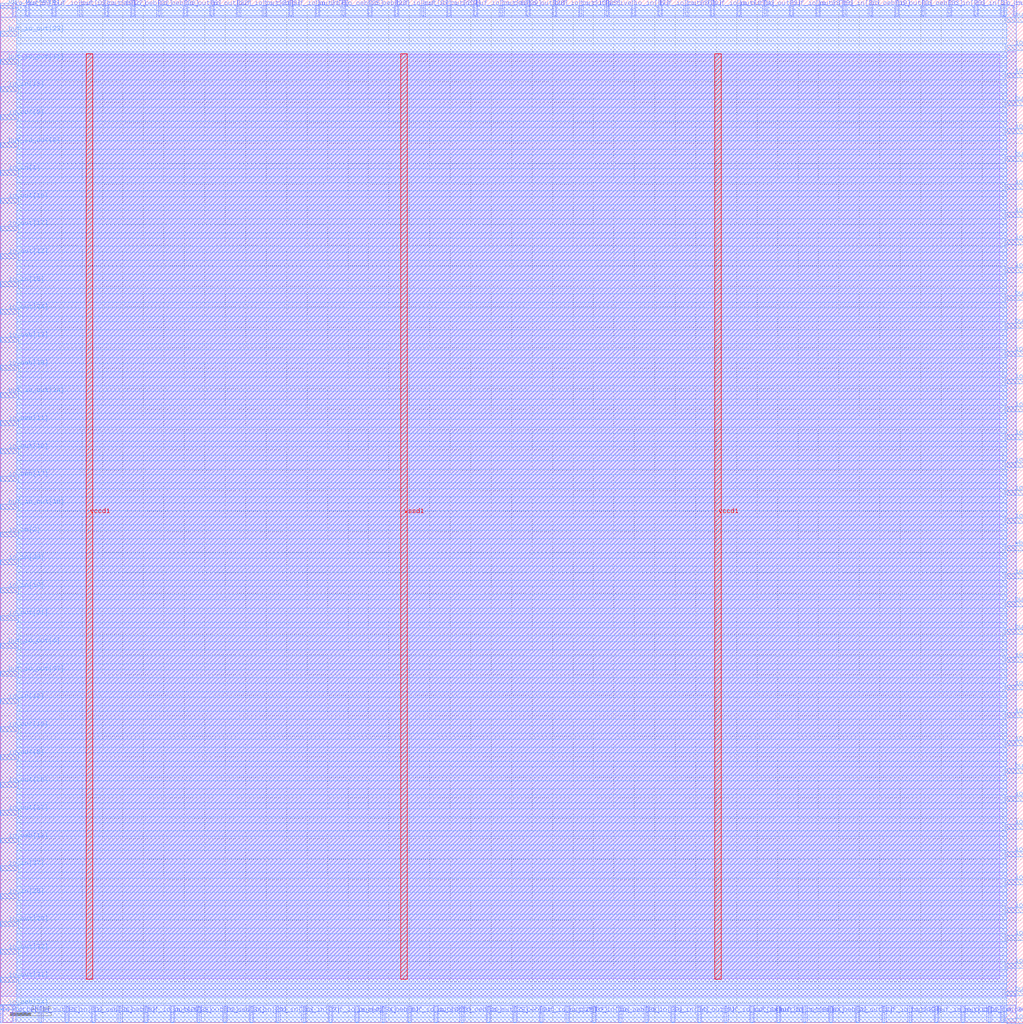
<source format=lef>
VERSION 5.7 ;
  NOWIREEXTENSIONATPIN ON ;
  DIVIDERCHAR "/" ;
  BUSBITCHARS "[]" ;
MACRO wrapped_counter
  CLASS BLOCK ;
  FOREIGN wrapped_counter ;
  ORIGIN 0.000 0.000 ;
  SIZE 250.000 BY 250.000 ;
  PIN active
    DIRECTION INPUT ;
    USE SIGNAL ;
    PORT
      LAYER met2 ;
        RECT 148.070 246.000 148.630 250.000 ;
    END
  END active
  PIN buf_io_out[0]
    DIRECTION INPUT ;
    USE SIGNAL ;
    PORT
      LAYER met2 ;
        RECT 12.830 246.000 13.390 250.000 ;
    END
  END buf_io_out[0]
  PIN buf_io_out[10]
    DIRECTION INPUT ;
    USE SIGNAL ;
    PORT
      LAYER met2 ;
        RECT 115.870 246.000 116.430 250.000 ;
    END
  END buf_io_out[10]
  PIN buf_io_out[11]
    DIRECTION INPUT ;
    USE SIGNAL ;
    PORT
      LAYER met2 ;
        RECT 228.570 0.000 229.130 4.000 ;
    END
  END buf_io_out[11]
  PIN buf_io_out[12]
    DIRECTION INPUT ;
    USE SIGNAL ;
    PORT
      LAYER met3 ;
        RECT 246.000 60.940 250.000 62.140 ;
    END
  END buf_io_out[12]
  PIN buf_io_out[13]
    DIRECTION INPUT ;
    USE SIGNAL ;
    PORT
      LAYER met2 ;
        RECT 135.190 246.000 135.750 250.000 ;
    END
  END buf_io_out[13]
  PIN buf_io_out[14]
    DIRECTION INPUT ;
    USE SIGNAL ;
    PORT
      LAYER met2 ;
        RECT 177.050 0.000 177.610 4.000 ;
    END
  END buf_io_out[14]
  PIN buf_io_out[15]
    DIRECTION INPUT ;
    USE SIGNAL ;
    PORT
      LAYER met3 ;
        RECT 0.000 234.340 4.000 235.540 ;
    END
  END buf_io_out[15]
  PIN buf_io_out[16]
    DIRECTION INPUT ;
    USE SIGNAL ;
    PORT
      LAYER met3 ;
        RECT 0.000 125.540 4.000 126.740 ;
    END
  END buf_io_out[16]
  PIN buf_io_out[17]
    DIRECTION INPUT ;
    USE SIGNAL ;
    PORT
      LAYER met2 ;
        RECT 70.790 246.000 71.350 250.000 ;
    END
  END buf_io_out[17]
  PIN buf_io_out[18]
    DIRECTION INPUT ;
    USE SIGNAL ;
    PORT
      LAYER met3 ;
        RECT 246.000 244.540 250.000 245.740 ;
    END
  END buf_io_out[18]
  PIN buf_io_out[19]
    DIRECTION INPUT ;
    USE SIGNAL ;
    PORT
      LAYER met2 ;
        RECT 19.270 246.000 19.830 250.000 ;
    END
  END buf_io_out[19]
  PIN buf_io_out[1]
    DIRECTION INPUT ;
    USE SIGNAL ;
    PORT
      LAYER met2 ;
        RECT 173.830 246.000 174.390 250.000 ;
    END
  END buf_io_out[1]
  PIN buf_io_out[20]
    DIRECTION INPUT ;
    USE SIGNAL ;
    PORT
      LAYER met3 ;
        RECT 246.000 101.740 250.000 102.940 ;
    END
  END buf_io_out[20]
  PIN buf_io_out[21]
    DIRECTION INPUT ;
    USE SIGNAL ;
    PORT
      LAYER met2 ;
        RECT 102.990 246.000 103.550 250.000 ;
    END
  END buf_io_out[21]
  PIN buf_io_out[22]
    DIRECTION INPUT ;
    USE SIGNAL ;
    PORT
      LAYER met2 ;
        RECT 215.690 0.000 216.250 4.000 ;
    END
  END buf_io_out[22]
  PIN buf_io_out[23]
    DIRECTION INPUT ;
    USE SIGNAL ;
    PORT
      LAYER met3 ;
        RECT 0.000 241.140 4.000 242.340 ;
    END
  END buf_io_out[23]
  PIN buf_io_out[24]
    DIRECTION INPUT ;
    USE SIGNAL ;
    PORT
      LAYER met3 ;
        RECT 0.000 152.740 4.000 153.940 ;
    END
  END buf_io_out[24]
  PIN buf_io_out[25]
    DIRECTION INPUT ;
    USE SIGNAL ;
    PORT
      LAYER met2 ;
        RECT 131.970 0.000 132.530 4.000 ;
    END
  END buf_io_out[25]
  PIN buf_io_out[26]
    DIRECTION INPUT ;
    USE SIGNAL ;
    PORT
      LAYER met2 ;
        RECT 189.930 0.000 190.490 4.000 ;
    END
  END buf_io_out[26]
  PIN buf_io_out[27]
    DIRECTION INPUT ;
    USE SIGNAL ;
    PORT
      LAYER met3 ;
        RECT 0.000 247.940 4.000 249.140 ;
    END
  END buf_io_out[27]
  PIN buf_io_out[28]
    DIRECTION INPUT ;
    USE SIGNAL ;
    PORT
      LAYER met3 ;
        RECT 246.000 6.540 250.000 7.740 ;
    END
  END buf_io_out[28]
  PIN buf_io_out[29]
    DIRECTION INPUT ;
    USE SIGNAL ;
    PORT
      LAYER met2 ;
        RECT 35.370 0.000 35.930 4.000 ;
    END
  END buf_io_out[29]
  PIN buf_io_out[2]
    DIRECTION INPUT ;
    USE SIGNAL ;
    PORT
      LAYER met3 ;
        RECT 0.000 213.940 4.000 215.140 ;
    END
  END buf_io_out[2]
  PIN buf_io_out[30]
    DIRECTION INPUT ;
    USE SIGNAL ;
    PORT
      LAYER met2 ;
        RECT 160.950 246.000 161.510 250.000 ;
    END
  END buf_io_out[30]
  PIN buf_io_out[31]
    DIRECTION INPUT ;
    USE SIGNAL ;
    PORT
      LAYER met2 ;
        RECT 57.910 246.000 58.470 250.000 ;
    END
  END buf_io_out[31]
  PIN buf_io_out[32]
    DIRECTION INPUT ;
    USE SIGNAL ;
    PORT
      LAYER met3 ;
        RECT 246.000 176.540 250.000 177.740 ;
    END
  END buf_io_out[32]
  PIN buf_io_out[33]
    DIRECTION INPUT ;
    USE SIGNAL ;
    PORT
      LAYER met3 ;
        RECT 246.000 224.140 250.000 225.340 ;
    END
  END buf_io_out[33]
  PIN buf_io_out[34]
    DIRECTION INPUT ;
    USE SIGNAL ;
    PORT
      LAYER met3 ;
        RECT 246.000 169.740 250.000 170.940 ;
    END
  END buf_io_out[34]
  PIN buf_io_out[35]
    DIRECTION INPUT ;
    USE SIGNAL ;
    PORT
      LAYER met2 ;
        RECT 247.890 246.000 248.450 250.000 ;
    END
  END buf_io_out[35]
  PIN buf_io_out[36]
    DIRECTION INPUT ;
    USE SIGNAL ;
    PORT
      LAYER met2 ;
        RECT 99.770 0.000 100.330 4.000 ;
    END
  END buf_io_out[36]
  PIN buf_io_out[37]
    DIRECTION INPUT ;
    USE SIGNAL ;
    PORT
      LAYER met3 ;
        RECT 0.000 84.740 4.000 85.940 ;
    END
  END buf_io_out[37]
  PIN buf_io_out[3]
    DIRECTION INPUT ;
    USE SIGNAL ;
    PORT
      LAYER met2 ;
        RECT 193.150 246.000 193.710 250.000 ;
    END
  END buf_io_out[3]
  PIN buf_io_out[4]
    DIRECTION INPUT ;
    USE SIGNAL ;
    PORT
      LAYER met2 ;
        RECT 80.450 0.000 81.010 4.000 ;
    END
  END buf_io_out[4]
  PIN buf_io_out[5]
    DIRECTION INPUT ;
    USE SIGNAL ;
    PORT
      LAYER met2 ;
        RECT 183.490 0.000 184.050 4.000 ;
    END
  END buf_io_out[5]
  PIN buf_io_out[6]
    DIRECTION INPUT ;
    USE SIGNAL ;
    PORT
      LAYER met3 ;
        RECT 0.000 91.540 4.000 92.740 ;
    END
  END buf_io_out[6]
  PIN buf_io_out[7]
    DIRECTION INPUT ;
    USE SIGNAL ;
    PORT
      LAYER met3 ;
        RECT 246.000 210.540 250.000 211.740 ;
    END
  END buf_io_out[7]
  PIN buf_io_out[8]
    DIRECTION INPUT ;
    USE SIGNAL ;
    PORT
      LAYER met3 ;
        RECT 246.000 94.940 250.000 96.140 ;
    END
  END buf_io_out[8]
  PIN buf_io_out[9]
    DIRECTION INPUT ;
    USE SIGNAL ;
    PORT
      LAYER met2 ;
        RECT 96.550 246.000 97.110 250.000 ;
    END
  END buf_io_out[9]
  PIN io_in[0]
    DIRECTION INPUT ;
    USE SIGNAL ;
    PORT
      LAYER met2 ;
        RECT 238.230 246.000 238.790 250.000 ;
    END
  END io_in[0]
  PIN io_in[10]
    DIRECTION INPUT ;
    USE SIGNAL ;
    PORT
      LAYER met2 ;
        RECT 144.850 0.000 145.410 4.000 ;
    END
  END io_in[10]
  PIN io_in[11]
    DIRECTION INPUT ;
    USE SIGNAL ;
    PORT
      LAYER met2 ;
        RECT 16.050 0.000 16.610 4.000 ;
    END
  END io_in[11]
  PIN io_in[12]
    DIRECTION INPUT ;
    USE SIGNAL ;
    PORT
      LAYER met3 ;
        RECT 0.000 77.940 4.000 79.140 ;
    END
  END io_in[12]
  PIN io_in[13]
    DIRECTION INPUT ;
    USE SIGNAL ;
    PORT
      LAYER met3 ;
        RECT 0.000 227.540 4.000 228.740 ;
    END
  END io_in[13]
  PIN io_in[14]
    DIRECTION INPUT ;
    USE SIGNAL ;
    PORT
      LAYER met3 ;
        RECT 246.000 108.540 250.000 109.740 ;
    END
  END io_in[14]
  PIN io_in[15]
    DIRECTION INPUT ;
    USE SIGNAL ;
    PORT
      LAYER met3 ;
        RECT 0.000 179.940 4.000 181.140 ;
    END
  END io_in[15]
  PIN io_in[16]
    DIRECTION INPUT ;
    USE SIGNAL ;
    PORT
      LAYER met3 ;
        RECT 246.000 20.140 250.000 21.340 ;
    END
  END io_in[16]
  PIN io_in[17]
    DIRECTION INPUT ;
    USE SIGNAL ;
    PORT
      LAYER met2 ;
        RECT 154.510 246.000 155.070 250.000 ;
    END
  END io_in[17]
  PIN io_in[18]
    DIRECTION INPUT ;
    USE SIGNAL ;
    PORT
      LAYER met2 ;
        RECT 199.590 246.000 200.150 250.000 ;
    END
  END io_in[18]
  PIN io_in[19]
    DIRECTION INPUT ;
    USE SIGNAL ;
    PORT
      LAYER met3 ;
        RECT 0.000 105.140 4.000 106.340 ;
    END
  END io_in[19]
  PIN io_in[1]
    DIRECTION INPUT ;
    USE SIGNAL ;
    PORT
      LAYER met3 ;
        RECT 0.000 207.140 4.000 208.340 ;
    END
  END io_in[1]
  PIN io_in[20]
    DIRECTION INPUT ;
    USE SIGNAL ;
    PORT
      LAYER met2 ;
        RECT 167.390 246.000 167.950 250.000 ;
    END
  END io_in[20]
  PIN io_in[21]
    DIRECTION INPUT ;
    USE SIGNAL ;
    PORT
      LAYER met3 ;
        RECT 246.000 217.340 250.000 218.540 ;
    END
  END io_in[21]
  PIN io_in[22]
    DIRECTION INPUT ;
    USE SIGNAL ;
    PORT
      LAYER met3 ;
        RECT 246.000 81.340 250.000 82.540 ;
    END
  END io_in[22]
  PIN io_in[23]
    DIRECTION INPUT ;
    USE SIGNAL ;
    PORT
      LAYER met2 ;
        RECT 231.790 246.000 232.350 250.000 ;
    END
  END io_in[23]
  PIN io_in[24]
    DIRECTION INPUT ;
    USE SIGNAL ;
    PORT
      LAYER met2 ;
        RECT 61.130 0.000 61.690 4.000 ;
    END
  END io_in[24]
  PIN io_in[25]
    DIRECTION INPUT ;
    USE SIGNAL ;
    PORT
      LAYER met3 ;
        RECT 0.000 30.340 4.000 31.540 ;
    END
  END io_in[25]
  PIN io_in[26]
    DIRECTION INPUT ;
    USE SIGNAL ;
    PORT
      LAYER met3 ;
        RECT 246.000 203.740 250.000 204.940 ;
    END
  END io_in[26]
  PIN io_in[27]
    DIRECTION INPUT ;
    USE SIGNAL ;
    PORT
      LAYER met2 ;
        RECT 74.010 0.000 74.570 4.000 ;
    END
  END io_in[27]
  PIN io_in[28]
    DIRECTION INPUT ;
    USE SIGNAL ;
    PORT
      LAYER met3 ;
        RECT 0.000 111.940 4.000 113.140 ;
    END
  END io_in[28]
  PIN io_in[29]
    DIRECTION INPUT ;
    USE SIGNAL ;
    PORT
      LAYER met2 ;
        RECT 157.730 0.000 158.290 4.000 ;
    END
  END io_in[29]
  PIN io_in[2]
    DIRECTION INPUT ;
    USE SIGNAL ;
    PORT
      LAYER met3 ;
        RECT 0.000 118.740 4.000 119.940 ;
    END
  END io_in[2]
  PIN io_in[30]
    DIRECTION INPUT ;
    USE SIGNAL ;
    PORT
      LAYER met2 ;
        RECT 206.030 246.000 206.590 250.000 ;
    END
  END io_in[30]
  PIN io_in[31]
    DIRECTION INPUT ;
    USE SIGNAL ;
    PORT
      LAYER met3 ;
        RECT 246.000 13.340 250.000 14.540 ;
    END
  END io_in[31]
  PIN io_in[32]
    DIRECTION INPUT ;
    USE SIGNAL ;
    PORT
      LAYER met3 ;
        RECT 246.000 190.140 250.000 191.340 ;
    END
  END io_in[32]
  PIN io_in[33]
    DIRECTION INPUT ;
    USE SIGNAL ;
    PORT
      LAYER met2 ;
        RECT 106.210 0.000 106.770 4.000 ;
    END
  END io_in[33]
  PIN io_in[34]
    DIRECTION INPUT ;
    USE SIGNAL ;
    PORT
      LAYER met2 ;
        RECT 164.170 0.000 164.730 4.000 ;
    END
  END io_in[34]
  PIN io_in[35]
    DIRECTION INPUT ;
    USE SIGNAL ;
    PORT
      LAYER met3 ;
        RECT 246.000 142.540 250.000 143.740 ;
    END
  END io_in[35]
  PIN io_in[36]
    DIRECTION INPUT ;
    USE SIGNAL ;
    PORT
      LAYER met2 ;
        RECT 67.570 0.000 68.130 4.000 ;
    END
  END io_in[36]
  PIN io_in[37]
    DIRECTION INPUT ;
    USE SIGNAL ;
    PORT
      LAYER met3 ;
        RECT 0.000 37.140 4.000 38.340 ;
    END
  END io_in[37]
  PIN io_in[3]
    DIRECTION INPUT ;
    USE SIGNAL ;
    PORT
      LAYER met3 ;
        RECT 246.000 128.940 250.000 130.140 ;
    END
  END io_in[3]
  PIN io_in[4]
    DIRECTION INPUT ;
    USE SIGNAL ;
    PORT
      LAYER met2 ;
        RECT 222.130 0.000 222.690 4.000 ;
    END
  END io_in[4]
  PIN io_in[5]
    DIRECTION INPUT ;
    USE SIGNAL ;
    PORT
      LAYER met3 ;
        RECT 246.000 26.940 250.000 28.140 ;
    END
  END io_in[5]
  PIN io_in[6]
    DIRECTION INPUT ;
    USE SIGNAL ;
    PORT
      LAYER met2 ;
        RECT 77.230 246.000 77.790 250.000 ;
    END
  END io_in[6]
  PIN io_in[7]
    DIRECTION INPUT ;
    USE SIGNAL ;
    PORT
      LAYER met2 ;
        RECT 109.430 246.000 109.990 250.000 ;
    END
  END io_in[7]
  PIN io_in[8]
    DIRECTION INPUT ;
    USE SIGNAL ;
    PORT
      LAYER met2 ;
        RECT 6.390 246.000 6.950 250.000 ;
    END
  END io_in[8]
  PIN io_in[9]
    DIRECTION INPUT ;
    USE SIGNAL ;
    PORT
      LAYER met2 ;
        RECT 244.670 246.000 245.230 250.000 ;
    END
  END io_in[9]
  PIN io_oeb[0]
    DIRECTION OUTPUT TRISTATE ;
    USE SIGNAL ;
    PORT
      LAYER met3 ;
        RECT 246.000 88.140 250.000 89.340 ;
    END
  END io_oeb[0]
  PIN io_oeb[10]
    DIRECTION OUTPUT TRISTATE ;
    USE SIGNAL ;
    PORT
      LAYER met2 ;
        RECT 112.650 0.000 113.210 4.000 ;
    END
  END io_oeb[10]
  PIN io_oeb[11]
    DIRECTION OUTPUT TRISTATE ;
    USE SIGNAL ;
    PORT
      LAYER met3 ;
        RECT 0.000 145.940 4.000 147.140 ;
    END
  END io_oeb[11]
  PIN io_oeb[12]
    DIRECTION OUTPUT TRISTATE ;
    USE SIGNAL ;
    PORT
      LAYER met3 ;
        RECT 0.000 43.940 4.000 45.140 ;
    END
  END io_oeb[12]
  PIN io_oeb[13]
    DIRECTION OUTPUT TRISTATE ;
    USE SIGNAL ;
    PORT
      LAYER met3 ;
        RECT 0.000 166.340 4.000 167.540 ;
    END
  END io_oeb[13]
  PIN io_oeb[14]
    DIRECTION OUTPUT TRISTATE ;
    USE SIGNAL ;
    PORT
      LAYER met2 ;
        RECT 196.370 0.000 196.930 4.000 ;
    END
  END io_oeb[14]
  PIN io_oeb[15]
    DIRECTION OUTPUT TRISTATE ;
    USE SIGNAL ;
    PORT
      LAYER met3 ;
        RECT 246.000 183.340 250.000 184.540 ;
    END
  END io_oeb[15]
  PIN io_oeb[16]
    DIRECTION OUTPUT TRISTATE ;
    USE SIGNAL ;
    PORT
      LAYER met3 ;
        RECT 246.000 47.340 250.000 48.540 ;
    END
  END io_oeb[16]
  PIN io_oeb[17]
    DIRECTION OUTPUT TRISTATE ;
    USE SIGNAL ;
    PORT
      LAYER met3 ;
        RECT 0.000 132.340 4.000 133.540 ;
    END
  END io_oeb[17]
  PIN io_oeb[18]
    DIRECTION OUTPUT TRISTATE ;
    USE SIGNAL ;
    PORT
      LAYER met3 ;
        RECT 0.000 159.540 4.000 160.740 ;
    END
  END io_oeb[18]
  PIN io_oeb[19]
    DIRECTION OUTPUT TRISTATE ;
    USE SIGNAL ;
    PORT
      LAYER met2 ;
        RECT 212.470 246.000 213.030 250.000 ;
    END
  END io_oeb[19]
  PIN io_oeb[1]
    DIRECTION OUTPUT TRISTATE ;
    USE SIGNAL ;
    PORT
      LAYER met2 ;
        RECT 3.170 0.000 3.730 4.000 ;
    END
  END io_oeb[1]
  PIN io_oeb[20]
    DIRECTION OUTPUT TRISTATE ;
    USE SIGNAL ;
    PORT
      LAYER met2 ;
        RECT 38.590 246.000 39.150 250.000 ;
    END
  END io_oeb[20]
  PIN io_oeb[21]
    DIRECTION OUTPUT TRISTATE ;
    USE SIGNAL ;
    PORT
      LAYER met3 ;
        RECT 246.000 -0.260 250.000 0.940 ;
    END
  END io_oeb[21]
  PIN io_oeb[22]
    DIRECTION OUTPUT TRISTATE ;
    USE SIGNAL ;
    PORT
      LAYER met2 ;
        RECT 32.150 246.000 32.710 250.000 ;
    END
  END io_oeb[22]
  PIN io_oeb[23]
    DIRECTION OUTPUT TRISTATE ;
    USE SIGNAL ;
    PORT
      LAYER met2 ;
        RECT 90.110 246.000 90.670 250.000 ;
    END
  END io_oeb[23]
  PIN io_oeb[24]
    DIRECTION OUTPUT TRISTATE ;
    USE SIGNAL ;
    PORT
      LAYER met3 ;
        RECT 0.000 3.140 4.000 4.340 ;
    END
  END io_oeb[24]
  PIN io_oeb[25]
    DIRECTION OUTPUT TRISTATE ;
    USE SIGNAL ;
    PORT
      LAYER met2 ;
        RECT 83.670 246.000 84.230 250.000 ;
    END
  END io_oeb[25]
  PIN io_oeb[26]
    DIRECTION OUTPUT TRISTATE ;
    USE SIGNAL ;
    PORT
      LAYER met2 ;
        RECT 22.490 0.000 23.050 4.000 ;
    END
  END io_oeb[26]
  PIN io_oeb[27]
    DIRECTION OUTPUT TRISTATE ;
    USE SIGNAL ;
    PORT
      LAYER met2 ;
        RECT 25.710 246.000 26.270 250.000 ;
    END
  END io_oeb[27]
  PIN io_oeb[28]
    DIRECTION OUTPUT TRISTATE ;
    USE SIGNAL ;
    PORT
      LAYER met3 ;
        RECT 246.000 122.140 250.000 123.340 ;
    END
  END io_oeb[28]
  PIN io_oeb[29]
    DIRECTION OUTPUT TRISTATE ;
    USE SIGNAL ;
    PORT
      LAYER met2 ;
        RECT 122.310 246.000 122.870 250.000 ;
    END
  END io_oeb[29]
  PIN io_oeb[2]
    DIRECTION OUTPUT TRISTATE ;
    USE SIGNAL ;
    PORT
      LAYER met3 ;
        RECT 246.000 74.540 250.000 75.740 ;
    END
  END io_oeb[2]
  PIN io_oeb[30]
    DIRECTION OUTPUT TRISTATE ;
    USE SIGNAL ;
    PORT
      LAYER met2 ;
        RECT 241.450 0.000 242.010 4.000 ;
    END
  END io_oeb[30]
  PIN io_oeb[31]
    DIRECTION OUTPUT TRISTATE ;
    USE SIGNAL ;
    PORT
      LAYER met2 ;
        RECT 125.530 0.000 126.090 4.000 ;
    END
  END io_oeb[31]
  PIN io_oeb[32]
    DIRECTION OUTPUT TRISTATE ;
    USE SIGNAL ;
    PORT
      LAYER met3 ;
        RECT 246.000 156.140 250.000 157.340 ;
    END
  END io_oeb[32]
  PIN io_oeb[33]
    DIRECTION OUTPUT TRISTATE ;
    USE SIGNAL ;
    PORT
      LAYER met2 ;
        RECT 225.350 246.000 225.910 250.000 ;
    END
  END io_oeb[33]
  PIN io_oeb[34]
    DIRECTION OUTPUT TRISTATE ;
    USE SIGNAL ;
    PORT
      LAYER met2 ;
        RECT 54.690 0.000 55.250 4.000 ;
    END
  END io_oeb[34]
  PIN io_oeb[35]
    DIRECTION OUTPUT TRISTATE ;
    USE SIGNAL ;
    PORT
      LAYER met3 ;
        RECT 246.000 54.140 250.000 55.340 ;
    END
  END io_oeb[35]
  PIN io_oeb[36]
    DIRECTION OUTPUT TRISTATE ;
    USE SIGNAL ;
    PORT
      LAYER met2 ;
        RECT 151.290 0.000 151.850 4.000 ;
    END
  END io_oeb[36]
  PIN io_oeb[37]
    DIRECTION OUTPUT TRISTATE ;
    USE SIGNAL ;
    PORT
      LAYER met2 ;
        RECT 244.670 0.000 245.230 4.000 ;
    END
  END io_oeb[37]
  PIN io_oeb[3]
    DIRECTION OUTPUT TRISTATE ;
    USE SIGNAL ;
    PORT
      LAYER met2 ;
        RECT 64.350 246.000 64.910 250.000 ;
    END
  END io_oeb[3]
  PIN io_oeb[4]
    DIRECTION OUTPUT TRISTATE ;
    USE SIGNAL ;
    PORT
      LAYER met2 ;
        RECT 202.810 0.000 203.370 4.000 ;
    END
  END io_oeb[4]
  PIN io_oeb[5]
    DIRECTION OUTPUT TRISTATE ;
    USE SIGNAL ;
    PORT
      LAYER met2 ;
        RECT 28.930 0.000 29.490 4.000 ;
    END
  END io_oeb[5]
  PIN io_oeb[6]
    DIRECTION OUTPUT TRISTATE ;
    USE SIGNAL ;
    PORT
      LAYER met2 ;
        RECT 93.330 0.000 93.890 4.000 ;
    END
  END io_oeb[6]
  PIN io_oeb[7]
    DIRECTION OUTPUT TRISTATE ;
    USE SIGNAL ;
    PORT
      LAYER met3 ;
        RECT 246.000 33.740 250.000 34.940 ;
    END
  END io_oeb[7]
  PIN io_oeb[8]
    DIRECTION OUTPUT TRISTATE ;
    USE SIGNAL ;
    PORT
      LAYER met3 ;
        RECT 246.000 196.940 250.000 198.140 ;
    END
  END io_oeb[8]
  PIN io_oeb[9]
    DIRECTION OUTPUT TRISTATE ;
    USE SIGNAL ;
    PORT
      LAYER met3 ;
        RECT 246.000 135.740 250.000 136.940 ;
    END
  END io_oeb[9]
  PIN io_out[0]
    DIRECTION OUTPUT TRISTATE ;
    USE SIGNAL ;
    PORT
      LAYER met2 ;
        RECT 209.250 0.000 209.810 4.000 ;
    END
  END io_out[0]
  PIN io_out[10]
    DIRECTION OUTPUT TRISTATE ;
    USE SIGNAL ;
    PORT
      LAYER met3 ;
        RECT 0.000 139.140 4.000 140.340 ;
    END
  END io_out[10]
  PIN io_out[11]
    DIRECTION OUTPUT TRISTATE ;
    USE SIGNAL ;
    PORT
      LAYER met3 ;
        RECT 246.000 67.740 250.000 68.940 ;
    END
  END io_out[11]
  PIN io_out[12]
    DIRECTION OUTPUT TRISTATE ;
    USE SIGNAL ;
    PORT
      LAYER met3 ;
        RECT 0.000 186.740 4.000 187.940 ;
    END
  END io_out[12]
  PIN io_out[13]
    DIRECTION OUTPUT TRISTATE ;
    USE SIGNAL ;
    PORT
      LAYER met3 ;
        RECT 246.000 149.340 250.000 150.540 ;
    END
  END io_out[13]
  PIN io_out[14]
    DIRECTION OUTPUT TRISTATE ;
    USE SIGNAL ;
    PORT
      LAYER met3 ;
        RECT 246.000 230.940 250.000 232.140 ;
    END
  END io_out[14]
  PIN io_out[15]
    DIRECTION OUTPUT TRISTATE ;
    USE SIGNAL ;
    PORT
      LAYER met2 ;
        RECT 235.010 0.000 235.570 4.000 ;
    END
  END io_out[15]
  PIN io_out[16]
    DIRECTION OUTPUT TRISTATE ;
    USE SIGNAL ;
    PORT
      LAYER met3 ;
        RECT 246.000 237.740 250.000 238.940 ;
    END
  END io_out[16]
  PIN io_out[17]
    DIRECTION OUTPUT TRISTATE ;
    USE SIGNAL ;
    PORT
      LAYER met3 ;
        RECT 0.000 193.540 4.000 194.740 ;
    END
  END io_out[17]
  PIN io_out[18]
    DIRECTION OUTPUT TRISTATE ;
    USE SIGNAL ;
    PORT
      LAYER met3 ;
        RECT 0.000 200.340 4.000 201.540 ;
    END
  END io_out[18]
  PIN io_out[19]
    DIRECTION OUTPUT TRISTATE ;
    USE SIGNAL ;
    PORT
      LAYER met3 ;
        RECT 0.000 71.140 4.000 72.340 ;
    END
  END io_out[19]
  PIN io_out[1]
    DIRECTION OUTPUT TRISTATE ;
    USE SIGNAL ;
    PORT
      LAYER met2 ;
        RECT -0.050 0.000 0.510 4.000 ;
    END
  END io_out[1]
  PIN io_out[20]
    DIRECTION OUTPUT TRISTATE ;
    USE SIGNAL ;
    PORT
      LAYER met3 ;
        RECT 0.000 23.540 4.000 24.740 ;
    END
  END io_out[20]
  PIN io_out[21]
    DIRECTION OUTPUT TRISTATE ;
    USE SIGNAL ;
    PORT
      LAYER met3 ;
        RECT 0.000 98.340 4.000 99.540 ;
    END
  END io_out[21]
  PIN io_out[22]
    DIRECTION OUTPUT TRISTATE ;
    USE SIGNAL ;
    PORT
      LAYER met2 ;
        RECT 51.470 246.000 52.030 250.000 ;
    END
  END io_out[22]
  PIN io_out[23]
    DIRECTION OUTPUT TRISTATE ;
    USE SIGNAL ;
    PORT
      LAYER met2 ;
        RECT 141.630 246.000 142.190 250.000 ;
    END
  END io_out[23]
  PIN io_out[24]
    DIRECTION OUTPUT TRISTATE ;
    USE SIGNAL ;
    PORT
      LAYER met3 ;
        RECT 0.000 173.140 4.000 174.340 ;
    END
  END io_out[24]
  PIN io_out[25]
    DIRECTION OUTPUT TRISTATE ;
    USE SIGNAL ;
    PORT
      LAYER met2 ;
        RECT 41.810 0.000 42.370 4.000 ;
    END
  END io_out[25]
  PIN io_out[26]
    DIRECTION OUTPUT TRISTATE ;
    USE SIGNAL ;
    PORT
      LAYER met2 ;
        RECT 9.610 0.000 10.170 4.000 ;
    END
  END io_out[26]
  PIN io_out[27]
    DIRECTION OUTPUT TRISTATE ;
    USE SIGNAL ;
    PORT
      LAYER met3 ;
        RECT 0.000 50.740 4.000 51.940 ;
    END
  END io_out[27]
  PIN io_out[28]
    DIRECTION OUTPUT TRISTATE ;
    USE SIGNAL ;
    PORT
      LAYER met2 ;
        RECT 128.750 246.000 129.310 250.000 ;
    END
  END io_out[28]
  PIN io_out[29]
    DIRECTION OUTPUT TRISTATE ;
    USE SIGNAL ;
    PORT
      LAYER met2 ;
        RECT 119.090 0.000 119.650 4.000 ;
    END
  END io_out[29]
  PIN io_out[2]
    DIRECTION OUTPUT TRISTATE ;
    USE SIGNAL ;
    PORT
      LAYER met2 ;
        RECT 218.910 246.000 219.470 250.000 ;
    END
  END io_out[2]
  PIN io_out[30]
    DIRECTION OUTPUT TRISTATE ;
    USE SIGNAL ;
    PORT
      LAYER met3 ;
        RECT 246.000 40.540 250.000 41.740 ;
    END
  END io_out[30]
  PIN io_out[31]
    DIRECTION OUTPUT TRISTATE ;
    USE SIGNAL ;
    PORT
      LAYER met3 ;
        RECT 0.000 9.940 4.000 11.140 ;
    END
  END io_out[31]
  PIN io_out[32]
    DIRECTION OUTPUT TRISTATE ;
    USE SIGNAL ;
    PORT
      LAYER met3 ;
        RECT 0.000 16.740 4.000 17.940 ;
    END
  END io_out[32]
  PIN io_out[33]
    DIRECTION OUTPUT TRISTATE ;
    USE SIGNAL ;
    PORT
      LAYER met2 ;
        RECT 48.250 0.000 48.810 4.000 ;
    END
  END io_out[33]
  PIN io_out[34]
    DIRECTION OUTPUT TRISTATE ;
    USE SIGNAL ;
    PORT
      LAYER met2 ;
        RECT 86.890 0.000 87.450 4.000 ;
    END
  END io_out[34]
  PIN io_out[35]
    DIRECTION OUTPUT TRISTATE ;
    USE SIGNAL ;
    PORT
      LAYER met3 ;
        RECT 0.000 57.540 4.000 58.740 ;
    END
  END io_out[35]
  PIN io_out[36]
    DIRECTION OUTPUT TRISTATE ;
    USE SIGNAL ;
    PORT
      LAYER met3 ;
        RECT 246.000 162.940 250.000 164.140 ;
    END
  END io_out[36]
  PIN io_out[37]
    DIRECTION OUTPUT TRISTATE ;
    USE SIGNAL ;
    PORT
      LAYER met2 ;
        RECT 138.410 0.000 138.970 4.000 ;
    END
  END io_out[37]
  PIN io_out[3]
    DIRECTION OUTPUT TRISTATE ;
    USE SIGNAL ;
    PORT
      LAYER met2 ;
        RECT 186.710 246.000 187.270 250.000 ;
    END
  END io_out[3]
  PIN io_out[4]
    DIRECTION OUTPUT TRISTATE ;
    USE SIGNAL ;
    PORT
      LAYER met2 ;
        RECT 180.270 246.000 180.830 250.000 ;
    END
  END io_out[4]
  PIN io_out[5]
    DIRECTION OUTPUT TRISTATE ;
    USE SIGNAL ;
    PORT
      LAYER met2 ;
        RECT 3.170 246.000 3.730 250.000 ;
    END
  END io_out[5]
  PIN io_out[6]
    DIRECTION OUTPUT TRISTATE ;
    USE SIGNAL ;
    PORT
      LAYER met2 ;
        RECT 45.030 246.000 45.590 250.000 ;
    END
  END io_out[6]
  PIN io_out[7]
    DIRECTION OUTPUT TRISTATE ;
    USE SIGNAL ;
    PORT
      LAYER met2 ;
        RECT 170.610 0.000 171.170 4.000 ;
    END
  END io_out[7]
  PIN io_out[8]
    DIRECTION OUTPUT TRISTATE ;
    USE SIGNAL ;
    PORT
      LAYER met3 ;
        RECT 0.000 64.340 4.000 65.540 ;
    END
  END io_out[8]
  PIN io_out[9]
    DIRECTION OUTPUT TRISTATE ;
    USE SIGNAL ;
    PORT
      LAYER met3 ;
        RECT 0.000 220.740 4.000 221.940 ;
    END
  END io_out[9]
  PIN vccd1
    DIRECTION INOUT ;
    USE POWER ;
    PORT
      LAYER met4 ;
        RECT 21.040 10.640 22.640 236.880 ;
    END
    PORT
      LAYER met4 ;
        RECT 174.640 10.640 176.240 236.880 ;
    END
  END vccd1
  PIN vssd1
    DIRECTION INOUT ;
    USE GROUND ;
    PORT
      LAYER met4 ;
        RECT 97.840 10.640 99.440 236.880 ;
    END
  END vssd1
  PIN wb_clk_i
    DIRECTION INPUT ;
    USE SIGNAL ;
    PORT
      LAYER met3 ;
        RECT 246.000 115.340 250.000 116.540 ;
    END
  END wb_clk_i
  OBS
      LAYER li1 ;
        RECT 5.520 10.795 244.260 236.725 ;
      LAYER met1 ;
        RECT 0.070 6.500 248.330 237.280 ;
      LAYER met2 ;
        RECT 0.100 245.720 2.890 248.725 ;
        RECT 4.010 245.720 6.110 248.725 ;
        RECT 7.230 245.720 12.550 248.725 ;
        RECT 13.670 245.720 18.990 248.725 ;
        RECT 20.110 245.720 25.430 248.725 ;
        RECT 26.550 245.720 31.870 248.725 ;
        RECT 32.990 245.720 38.310 248.725 ;
        RECT 39.430 245.720 44.750 248.725 ;
        RECT 45.870 245.720 51.190 248.725 ;
        RECT 52.310 245.720 57.630 248.725 ;
        RECT 58.750 245.720 64.070 248.725 ;
        RECT 65.190 245.720 70.510 248.725 ;
        RECT 71.630 245.720 76.950 248.725 ;
        RECT 78.070 245.720 83.390 248.725 ;
        RECT 84.510 245.720 89.830 248.725 ;
        RECT 90.950 245.720 96.270 248.725 ;
        RECT 97.390 245.720 102.710 248.725 ;
        RECT 103.830 245.720 109.150 248.725 ;
        RECT 110.270 245.720 115.590 248.725 ;
        RECT 116.710 245.720 122.030 248.725 ;
        RECT 123.150 245.720 128.470 248.725 ;
        RECT 129.590 245.720 134.910 248.725 ;
        RECT 136.030 245.720 141.350 248.725 ;
        RECT 142.470 245.720 147.790 248.725 ;
        RECT 148.910 245.720 154.230 248.725 ;
        RECT 155.350 245.720 160.670 248.725 ;
        RECT 161.790 245.720 167.110 248.725 ;
        RECT 168.230 245.720 173.550 248.725 ;
        RECT 174.670 245.720 179.990 248.725 ;
        RECT 181.110 245.720 186.430 248.725 ;
        RECT 187.550 245.720 192.870 248.725 ;
        RECT 193.990 245.720 199.310 248.725 ;
        RECT 200.430 245.720 205.750 248.725 ;
        RECT 206.870 245.720 212.190 248.725 ;
        RECT 213.310 245.720 218.630 248.725 ;
        RECT 219.750 245.720 225.070 248.725 ;
        RECT 226.190 245.720 231.510 248.725 ;
        RECT 232.630 245.720 237.950 248.725 ;
        RECT 239.070 245.720 244.390 248.725 ;
        RECT 245.510 245.720 247.610 248.725 ;
        RECT 0.100 4.280 248.300 245.720 ;
        RECT 0.790 0.155 2.890 4.280 ;
        RECT 4.010 0.155 9.330 4.280 ;
        RECT 10.450 0.155 15.770 4.280 ;
        RECT 16.890 0.155 22.210 4.280 ;
        RECT 23.330 0.155 28.650 4.280 ;
        RECT 29.770 0.155 35.090 4.280 ;
        RECT 36.210 0.155 41.530 4.280 ;
        RECT 42.650 0.155 47.970 4.280 ;
        RECT 49.090 0.155 54.410 4.280 ;
        RECT 55.530 0.155 60.850 4.280 ;
        RECT 61.970 0.155 67.290 4.280 ;
        RECT 68.410 0.155 73.730 4.280 ;
        RECT 74.850 0.155 80.170 4.280 ;
        RECT 81.290 0.155 86.610 4.280 ;
        RECT 87.730 0.155 93.050 4.280 ;
        RECT 94.170 0.155 99.490 4.280 ;
        RECT 100.610 0.155 105.930 4.280 ;
        RECT 107.050 0.155 112.370 4.280 ;
        RECT 113.490 0.155 118.810 4.280 ;
        RECT 119.930 0.155 125.250 4.280 ;
        RECT 126.370 0.155 131.690 4.280 ;
        RECT 132.810 0.155 138.130 4.280 ;
        RECT 139.250 0.155 144.570 4.280 ;
        RECT 145.690 0.155 151.010 4.280 ;
        RECT 152.130 0.155 157.450 4.280 ;
        RECT 158.570 0.155 163.890 4.280 ;
        RECT 165.010 0.155 170.330 4.280 ;
        RECT 171.450 0.155 176.770 4.280 ;
        RECT 177.890 0.155 183.210 4.280 ;
        RECT 184.330 0.155 189.650 4.280 ;
        RECT 190.770 0.155 196.090 4.280 ;
        RECT 197.210 0.155 202.530 4.280 ;
        RECT 203.650 0.155 208.970 4.280 ;
        RECT 210.090 0.155 215.410 4.280 ;
        RECT 216.530 0.155 221.850 4.280 ;
        RECT 222.970 0.155 228.290 4.280 ;
        RECT 229.410 0.155 234.730 4.280 ;
        RECT 235.850 0.155 241.170 4.280 ;
        RECT 242.290 0.155 244.390 4.280 ;
        RECT 245.510 0.155 248.300 4.280 ;
      LAYER met3 ;
        RECT 4.400 247.540 246.000 248.705 ;
        RECT 4.000 246.140 246.000 247.540 ;
        RECT 4.000 244.140 245.600 246.140 ;
        RECT 4.000 242.740 246.000 244.140 ;
        RECT 4.400 240.740 246.000 242.740 ;
        RECT 4.000 239.340 246.000 240.740 ;
        RECT 4.000 237.340 245.600 239.340 ;
        RECT 4.000 235.940 246.000 237.340 ;
        RECT 4.400 233.940 246.000 235.940 ;
        RECT 4.000 232.540 246.000 233.940 ;
        RECT 4.000 230.540 245.600 232.540 ;
        RECT 4.000 229.140 246.000 230.540 ;
        RECT 4.400 227.140 246.000 229.140 ;
        RECT 4.000 225.740 246.000 227.140 ;
        RECT 4.000 223.740 245.600 225.740 ;
        RECT 4.000 222.340 246.000 223.740 ;
        RECT 4.400 220.340 246.000 222.340 ;
        RECT 4.000 218.940 246.000 220.340 ;
        RECT 4.000 216.940 245.600 218.940 ;
        RECT 4.000 215.540 246.000 216.940 ;
        RECT 4.400 213.540 246.000 215.540 ;
        RECT 4.000 212.140 246.000 213.540 ;
        RECT 4.000 210.140 245.600 212.140 ;
        RECT 4.000 208.740 246.000 210.140 ;
        RECT 4.400 206.740 246.000 208.740 ;
        RECT 4.000 205.340 246.000 206.740 ;
        RECT 4.000 203.340 245.600 205.340 ;
        RECT 4.000 201.940 246.000 203.340 ;
        RECT 4.400 199.940 246.000 201.940 ;
        RECT 4.000 198.540 246.000 199.940 ;
        RECT 4.000 196.540 245.600 198.540 ;
        RECT 4.000 195.140 246.000 196.540 ;
        RECT 4.400 193.140 246.000 195.140 ;
        RECT 4.000 191.740 246.000 193.140 ;
        RECT 4.000 189.740 245.600 191.740 ;
        RECT 4.000 188.340 246.000 189.740 ;
        RECT 4.400 186.340 246.000 188.340 ;
        RECT 4.000 184.940 246.000 186.340 ;
        RECT 4.000 182.940 245.600 184.940 ;
        RECT 4.000 181.540 246.000 182.940 ;
        RECT 4.400 179.540 246.000 181.540 ;
        RECT 4.000 178.140 246.000 179.540 ;
        RECT 4.000 176.140 245.600 178.140 ;
        RECT 4.000 174.740 246.000 176.140 ;
        RECT 4.400 172.740 246.000 174.740 ;
        RECT 4.000 171.340 246.000 172.740 ;
        RECT 4.000 169.340 245.600 171.340 ;
        RECT 4.000 167.940 246.000 169.340 ;
        RECT 4.400 165.940 246.000 167.940 ;
        RECT 4.000 164.540 246.000 165.940 ;
        RECT 4.000 162.540 245.600 164.540 ;
        RECT 4.000 161.140 246.000 162.540 ;
        RECT 4.400 159.140 246.000 161.140 ;
        RECT 4.000 157.740 246.000 159.140 ;
        RECT 4.000 155.740 245.600 157.740 ;
        RECT 4.000 154.340 246.000 155.740 ;
        RECT 4.400 152.340 246.000 154.340 ;
        RECT 4.000 150.940 246.000 152.340 ;
        RECT 4.000 148.940 245.600 150.940 ;
        RECT 4.000 147.540 246.000 148.940 ;
        RECT 4.400 145.540 246.000 147.540 ;
        RECT 4.000 144.140 246.000 145.540 ;
        RECT 4.000 142.140 245.600 144.140 ;
        RECT 4.000 140.740 246.000 142.140 ;
        RECT 4.400 138.740 246.000 140.740 ;
        RECT 4.000 137.340 246.000 138.740 ;
        RECT 4.000 135.340 245.600 137.340 ;
        RECT 4.000 133.940 246.000 135.340 ;
        RECT 4.400 131.940 246.000 133.940 ;
        RECT 4.000 130.540 246.000 131.940 ;
        RECT 4.000 128.540 245.600 130.540 ;
        RECT 4.000 127.140 246.000 128.540 ;
        RECT 4.400 125.140 246.000 127.140 ;
        RECT 4.000 123.740 246.000 125.140 ;
        RECT 4.000 121.740 245.600 123.740 ;
        RECT 4.000 120.340 246.000 121.740 ;
        RECT 4.400 118.340 246.000 120.340 ;
        RECT 4.000 116.940 246.000 118.340 ;
        RECT 4.000 114.940 245.600 116.940 ;
        RECT 4.000 113.540 246.000 114.940 ;
        RECT 4.400 111.540 246.000 113.540 ;
        RECT 4.000 110.140 246.000 111.540 ;
        RECT 4.000 108.140 245.600 110.140 ;
        RECT 4.000 106.740 246.000 108.140 ;
        RECT 4.400 104.740 246.000 106.740 ;
        RECT 4.000 103.340 246.000 104.740 ;
        RECT 4.000 101.340 245.600 103.340 ;
        RECT 4.000 99.940 246.000 101.340 ;
        RECT 4.400 97.940 246.000 99.940 ;
        RECT 4.000 96.540 246.000 97.940 ;
        RECT 4.000 94.540 245.600 96.540 ;
        RECT 4.000 93.140 246.000 94.540 ;
        RECT 4.400 91.140 246.000 93.140 ;
        RECT 4.000 89.740 246.000 91.140 ;
        RECT 4.000 87.740 245.600 89.740 ;
        RECT 4.000 86.340 246.000 87.740 ;
        RECT 4.400 84.340 246.000 86.340 ;
        RECT 4.000 82.940 246.000 84.340 ;
        RECT 4.000 80.940 245.600 82.940 ;
        RECT 4.000 79.540 246.000 80.940 ;
        RECT 4.400 77.540 246.000 79.540 ;
        RECT 4.000 76.140 246.000 77.540 ;
        RECT 4.000 74.140 245.600 76.140 ;
        RECT 4.000 72.740 246.000 74.140 ;
        RECT 4.400 70.740 246.000 72.740 ;
        RECT 4.000 69.340 246.000 70.740 ;
        RECT 4.000 67.340 245.600 69.340 ;
        RECT 4.000 65.940 246.000 67.340 ;
        RECT 4.400 63.940 246.000 65.940 ;
        RECT 4.000 62.540 246.000 63.940 ;
        RECT 4.000 60.540 245.600 62.540 ;
        RECT 4.000 59.140 246.000 60.540 ;
        RECT 4.400 57.140 246.000 59.140 ;
        RECT 4.000 55.740 246.000 57.140 ;
        RECT 4.000 53.740 245.600 55.740 ;
        RECT 4.000 52.340 246.000 53.740 ;
        RECT 4.400 50.340 246.000 52.340 ;
        RECT 4.000 48.940 246.000 50.340 ;
        RECT 4.000 46.940 245.600 48.940 ;
        RECT 4.000 45.540 246.000 46.940 ;
        RECT 4.400 43.540 246.000 45.540 ;
        RECT 4.000 42.140 246.000 43.540 ;
        RECT 4.000 40.140 245.600 42.140 ;
        RECT 4.000 38.740 246.000 40.140 ;
        RECT 4.400 36.740 246.000 38.740 ;
        RECT 4.000 35.340 246.000 36.740 ;
        RECT 4.000 33.340 245.600 35.340 ;
        RECT 4.000 31.940 246.000 33.340 ;
        RECT 4.400 29.940 246.000 31.940 ;
        RECT 4.000 28.540 246.000 29.940 ;
        RECT 4.000 26.540 245.600 28.540 ;
        RECT 4.000 25.140 246.000 26.540 ;
        RECT 4.400 23.140 246.000 25.140 ;
        RECT 4.000 21.740 246.000 23.140 ;
        RECT 4.000 19.740 245.600 21.740 ;
        RECT 4.000 18.340 246.000 19.740 ;
        RECT 4.400 16.340 246.000 18.340 ;
        RECT 4.000 14.940 246.000 16.340 ;
        RECT 4.000 12.940 245.600 14.940 ;
        RECT 4.000 11.540 246.000 12.940 ;
        RECT 4.400 9.540 246.000 11.540 ;
        RECT 4.000 8.140 246.000 9.540 ;
        RECT 4.000 6.140 245.600 8.140 ;
        RECT 4.000 4.740 246.000 6.140 ;
        RECT 4.400 2.740 246.000 4.740 ;
        RECT 4.000 1.340 246.000 2.740 ;
        RECT 4.000 0.175 245.600 1.340 ;
  END
END wrapped_counter
END LIBRARY


</source>
